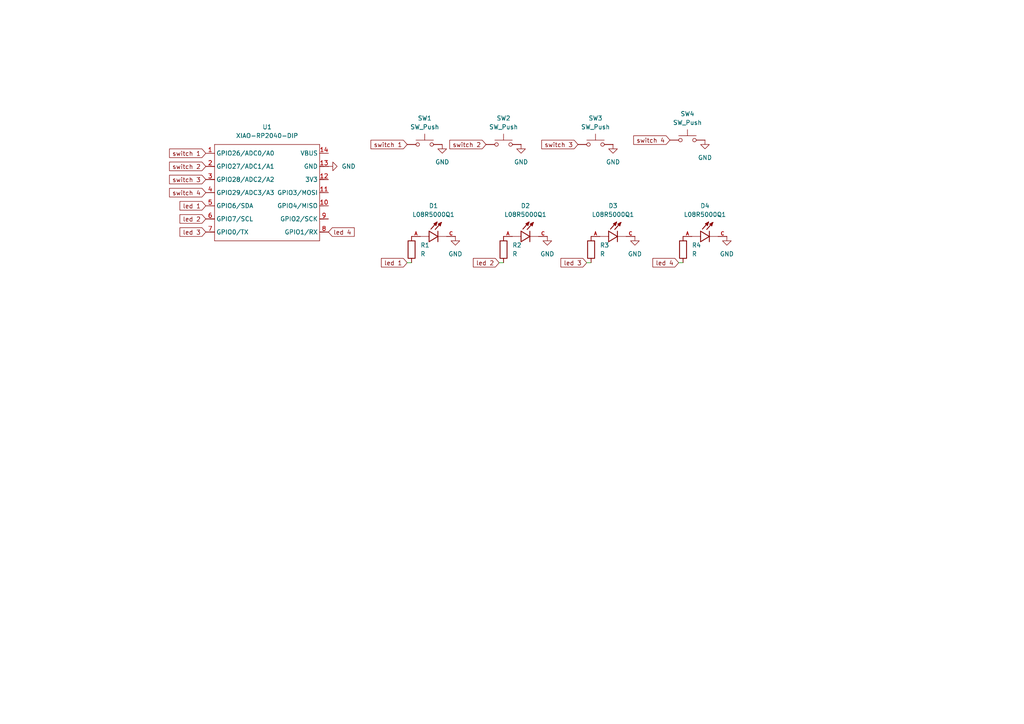
<source format=kicad_sch>
(kicad_sch (version 20250114) (generator "eeschema") (generator_version "9.0")
  (paper "A4")
  (lib_symbols
    (symbol "Device:R" (pin_numbers (hide yes)) (pin_names (offset 0))
      (property "Reference" "R" (at 2.032 0 90))
      (property "Value" "R" (at 0 0 90))
      (symbol "R_0_1"
        (rectangle (start -1.016 -2.54) (end 1.016 2.54) (stroke (width 0.254)))
      )
      (symbol "R_1_1"
        (pin passive line (at 0 3.81 270) (length 1.27) (name "~") (number "1"))
        (pin passive line (at 0 -3.81 90) (length 1.27) (name "~") (number "2"))
      )
    )
    (symbol "L08R5000Q1:L08R5000Q1" (pin_names (offset 1.016))
      (property "Reference" "D" (at -3.0988 4.4958 0))
      (property "Value" "L08R5000Q1" (at -3.556 -3.302 0))
      (symbol "L08R5000Q1_0_0"
        (polyline (pts (xy -2.54 1.524) (xy -2.54 0)) (stroke (width 0.254)))
        (polyline (pts (xy -2.54 0) (xy -5.08 0)) (stroke (width 0.1524)))
        (polyline (pts (xy -2.54 0) (xy -2.54 -1.524)) (stroke (width 0.254)))
        (polyline (pts (xy -2.54 -1.524) (xy 0 0)) (stroke (width 0.254)))
        (polyline (pts (xy -1.1176 3.683) (xy -0.2286 4.1656)) (stroke (width 0.254)))
        (polyline (pts (xy -0.9398 3.6068) (xy -0.7112 3.7592)) (stroke (width 0.254)))
        (polyline (pts (xy -0.5588 3.2004) (xy -1.1176 3.683)) (stroke (width 0.254)))
        (polyline (pts (xy -0.5588 3.2004) (xy -0.5334 3.937)) (stroke (width 0.254)))
        (polyline (pts (xy -0.5334 3.937) (xy -0.6604 3.937)) (stroke (width 0.254)))
        (polyline (pts (xy -0.2286 4.1656) (xy -2.0066 2.1336)) (stroke (width 0.254)))
        (polyline (pts (xy -0.2286 4.1656) (xy -0.5588 3.2004)) (stroke (width 0.254)))
        (polyline (pts (xy 0 1.524) (xy 0 0)) (stroke (width 0.254)))
        (polyline (pts (xy 0 0) (xy -2.54 1.524)) (stroke (width 0.254)))
        (polyline (pts (xy 0 0) (xy 0 -1.524)) (stroke (width 0.254)))
        (polyline (pts (xy 0.127 3.5814) (xy 1.016 4.064)) (stroke (width 0.254)))
        (polyline (pts (xy 0.3048 3.5052) (xy 0.5334 3.6576)) (stroke (width 0.254)))
        (polyline (pts (xy 0.6858 3.0988) (xy 0.127 3.5814)) (stroke (width 0.254)))
        (polyline (pts (xy 0.6858 3.0988) (xy 0.7112 3.8354)) (stroke (width 0.254)))
        (polyline (pts (xy 0.7112 3.8354) (xy 0.5842 3.8354)) (stroke (width 0.254)))
        (polyline (pts (xy 1.016 4.064) (xy -0.762 2.032)) (stroke (width 0.254)))
        (polyline (pts (xy 1.016 4.064) (xy 0.6858 3.0988)) (stroke (width 0.254)))
        (polyline (pts (xy 2.54 0) (xy 0 0)) (stroke (width 0.1524)))
        (pin passive line (at -7.62 0 0) (length 2.54) (name "~") (number "A"))
        (pin passive line (at 5.08 0 180) (length 2.54) (name "~") (number "C"))
      )
    )
    (symbol "Seeed_Studio_XIAO_Series:XIAO-RP2040-DIP"
      (property "Reference" "U" (at 0 0 0))
      (property "Value" "XIAO-RP2040-DIP" (at 5.334 -1.778 0))
      (symbol "XIAO-RP2040-DIP_1_0"
        (polyline (pts (xy -1.27 -2.54) (xy 29.21 -2.54)) (stroke (width 0.1524)))
        (polyline (pts (xy -1.27 -5.08) (xy -2.54 -5.08)) (stroke (width 0.1524)))
        (polyline (pts (xy -1.27 -5.08) (xy -1.27 -2.54)) (stroke (width 0.1524)))
        (polyline (pts (xy -1.27 -8.89) (xy -2.54 -8.89)) (stroke (width 0.1524)))
        (polyline (pts (xy -1.27 -8.89) (xy -1.27 -5.08)) (stroke (width 0.1524)))
        (polyline (pts (xy -1.27 -12.7) (xy -2.54 -12.7)) (stroke (width 0.1524)))
        (polyline (pts (xy -1.27 -12.7) (xy -1.27 -8.89)) (stroke (width 0.1524)))
        (polyline (pts (xy -1.27 -16.51) (xy -2.54 -16.51)) (stroke (width 0.1524)))
        (polyline (pts (xy -1.27 -16.51) (xy -1.27 -12.7)) (stroke (width 0.1524)))
        (polyline (pts (xy -1.27 -20.32) (xy -2.54 -20.32)) (stroke (width 0.1524)))
        (polyline (pts (xy -1.27 -24.13) (xy -2.54 -24.13)) (stroke (width 0.1524)))
        (polyline (pts (xy -1.27 -27.94) (xy -2.54 -27.94)) (stroke (width 0.1524)))
        (polyline (pts (xy -1.27 -30.48) (xy -1.27 -16.51)) (stroke (width 0.1524)))
        (polyline (pts (xy 29.21 -2.54) (xy 29.21 -5.08)) (stroke (width 0.1524)))
        (polyline (pts (xy 29.21 -5.08) (xy 29.21 -8.89)) (stroke (width 0.1524)))
        (polyline (pts (xy 29.21 -8.89) (xy 29.21 -12.7)) (stroke (width 0.1524)))
        (polyline (pts (xy 29.21 -12.7) (xy 29.21 -30.48)) (stroke (width 0.1524)))
        (polyline (pts (xy 29.21 -30.48) (xy -1.27 -30.48)) (stroke (width 0.1524)))
        (polyline (pts (xy 30.48 -5.08) (xy 29.21 -5.08)) (stroke (width 0.1524)))
        (polyline (pts (xy 30.48 -8.89) (xy 29.21 -8.89)) (stroke (width 0.1524)))
        (polyline (pts (xy 30.48 -12.7) (xy 29.21 -12.7)) (stroke (width 0.1524)))
        (polyline (pts (xy 30.48 -16.51) (xy 29.21 -16.51)) (stroke (width 0.1524)))
        (polyline (pts (xy 30.48 -20.32) (xy 29.21 -20.32)) (stroke (width 0.1524)))
        (polyline (pts (xy 30.48 -24.13) (xy 29.21 -24.13)) (stroke (width 0.1524)))
        (polyline (pts (xy 30.48 -27.94) (xy 29.21 -27.94)) (stroke (width 0.1524)))
        (pin passive line (at -3.81 -5.08 0) (length 2.54) (name "GPIO26/ADC0/A0") (number "1"))
        (pin passive line (at -3.81 -8.89 0) (length 2.54) (name "GPIO27/ADC1/A1") (number "2"))
        (pin passive line (at -3.81 -12.7 0) (length 2.54) (name "GPIO28/ADC2/A2") (number "3"))
        (pin passive line (at -3.81 -16.51 0) (length 2.54) (name "GPIO29/ADC3/A3") (number "4"))
        (pin passive line (at -3.81 -20.32 0) (length 2.54) (name "GPIO6/SDA") (number "5"))
        (pin passive line (at -3.81 -24.13 0) (length 2.54) (name "GPIO7/SCL") (number "6"))
        (pin passive line (at -3.81 -27.94 0) (length 2.54) (name "GPIO0/TX") (number "7"))
        (pin passive line (at 31.75 -5.08 180) (length 2.54) (name "VBUS") (number "14"))
        (pin passive line (at 31.75 -8.89 180) (length 2.54) (name "GND") (number "13"))
        (pin passive line (at 31.75 -12.7 180) (length 2.54) (name "3V3") (number "12"))
        (pin passive line (at 31.75 -16.51 180) (length 2.54) (name "GPIO3/MOSI") (number "11"))
        (pin passive line (at 31.75 -20.32 180) (length 2.54) (name "GPIO4/MISO") (number "10"))
        (pin passive line (at 31.75 -24.13 180) (length 2.54) (name "GPIO2/SCK") (number "9"))
        (pin passive line (at 31.75 -27.94 180) (length 2.54) (name "GPIO1/RX") (number "8"))
      )
    )
    (symbol "Switch:SW_Push" (pin_numbers (hide yes)) (pin_names (offset 1.016) (hide yes))
      (property "Reference" "SW" (at 1.27 2.54 0))
      (property "Value" "SW_Push" (at 0 -1.524 0))
      (symbol "SW_Push_0_1"
        (circle (center -2.032 0) (radius 0.508))
        (polyline (pts (xy 0 1.27) (xy 0 3.048)))
        (circle (center 2.032 0) (radius 0.508))
        (polyline (pts (xy 2.54 1.27) (xy -2.54 1.27)))
        (pin passive line (at -5.08 0 0) (length 2.54) (name "1") (number "1"))
        (pin passive line (at 5.08 0 180) (length 2.54) (name "2") (number "2"))
      )
    )
    (symbol "power:GND" (power) (pin_numbers (hide yes)) (pin_names (offset 0) (hide yes))
      (property "Value" "GND" (at 0 -3.81 0))
      (symbol "GND_0_1"
        (polyline (pts (xy 0 0) (xy 0 -1.27) (xy 1.27 -1.27) (xy 0 -2.54) (xy -1.27 -1.27) (xy 0 -1.27)))
      )
      (symbol "GND_1_1"
        (pin power_in line (at 0 0 270) (length 0) (name "~") (number "1"))
      )
    )
  )
  (wire (pts (xy 118.11 76.2) (xy 119.38 76.2)))
  (wire (pts (xy 196.85 76.2) (xy 198.12 76.2)))
  (wire (pts (xy 170.18 76.2) (xy 171.45 76.2)))
  (wire (pts (xy 144.78 76.2) (xy 146.05 76.2)))
  (global_label "switch 4" (shape input) (at 59.69 55.88 180) (property "Intersheetrefs" "${INTERSHEET_REFS}" (effects (hide yes))))
  (global_label "led 3" (shape input) (at 170.18 76.2 180) (property "Intersheetrefs" "${INTERSHEET_REFS}" (effects (hide yes))))
  (global_label "switch 1" (shape input) (at 59.69 44.45 180) (property "Intersheetrefs" "${INTERSHEET_REFS}" (effects (hide yes))))
  (global_label "led 4" (shape input) (at 95.25 67.31 0) (property "Intersheetrefs" "${INTERSHEET_REFS}" (effects (hide yes))))
  (global_label "switch 4" (shape input) (at 194.31 40.64 180) (property "Intersheetrefs" "${INTERSHEET_REFS}" (effects (hide yes))))
  (global_label "switch 2" (shape input) (at 140.97 41.91 180) (property "Intersheetrefs" "${INTERSHEET_REFS}" (effects (hide yes))))
  (global_label "led 2" (shape input) (at 59.69 63.5 180) (property "Intersheetrefs" "${INTERSHEET_REFS}" (effects (hide yes))))
  (global_label "led 1" (shape input) (at 59.69 59.69 180) (property "Intersheetrefs" "${INTERSHEET_REFS}" (effects (hide yes))))
  (global_label "led 2" (shape input) (at 144.78 76.2 180) (property "Intersheetrefs" "${INTERSHEET_REFS}" (effects (hide yes))))
  (global_label "switch 1" (shape input) (at 118.11 41.91 180) (property "Intersheetrefs" "${INTERSHEET_REFS}" (effects (hide yes))))
  (global_label "switch 3" (shape input) (at 167.64 41.91 180) (property "Intersheetrefs" "${INTERSHEET_REFS}" (effects (hide yes))))
  (global_label "led 1" (shape input) (at 118.11 76.2 180) (property "Intersheetrefs" "${INTERSHEET_REFS}" (effects (hide yes))))
  (global_label "switch 3" (shape input) (at 59.69 52.07 180) (property "Intersheetrefs" "${INTERSHEET_REFS}" (effects (hide yes))))
  (global_label "switch 2" (shape input) (at 59.69 48.26 180) (property "Intersheetrefs" "${INTERSHEET_REFS}" (effects (hide yes))))
  (global_label "led 3" (shape input) (at 59.69 67.31 180) (property "Intersheetrefs" "${INTERSHEET_REFS}" (effects (hide yes))))
  (global_label "led 4" (shape input) (at 196.85 76.2 180) (property "Intersheetrefs" "${INTERSHEET_REFS}" (effects (hide yes))))
  (symbol (lib_id "Device:R") (at 198.12 72.39 0) (unit 1)
    (property "Reference" "R4" (at 200.66 71.1199 0) (effects (justify left)))
    (property "Value" "R" (at 200.66 73.6599 0) (effects (justify left)))
    (property "Footprint" "Resistor_THT:R_Axial_DIN0204_L3.6mm_D1.6mm_P5.08mm_Horizontal" (effects (hide yes)))
    (property "Description" "Resistor" (effects (hide yes)))
  )
  (symbol (lib_id "L08R5000Q1:L08R5000Q1") (at 179.07 68.58 0) (unit 1)
    (property "Reference" "D3" (at 177.8 59.69 0))
    (property "Value" "L08R5000Q1" (at 177.8 62.23 0))
    (property "Footprint" "e390cee6c564169ed6d49fe7a268946ec8897500_l08r5000q1:LEDRD254W57D500H1070" (effects (hide yes)))
    (property "MF" "LED Technology" (effects (hide yes)))
    (property "MAXIMUM_PACKAGE_HEIGHT" "10.7mm" (effects (hide yes)))
    (property "Package" "None" (effects (hide yes)))
    (property "Price" "None" (effects (hide yes)))
    (property "Check_prices" "https://www.snapeda.com/parts/L08R5000Q1/LED+Technology/view-part/?ref=eda" (effects (hide yes)))
    (property "STANDARD" "IPC-7351B" (effects (hide yes)))
    (property "PARTREV" "NA" (effects (hide yes)))
    (property "SnapEDA_Link" "https://www.snapeda.com/parts/L08R5000Q1/LED+Technology/view-part/?ref=snap" (effects (hide yes)))
    (property "MP" "L08R5000Q1" (effects (hide yes)))
    (property "Description_1" "LED, 5MM, ORANGE; LED / Lamp Size: 5mm / T-1 3/4; LED Colour: Orange; Typ Luminous Intensity: 4.3mcd; Viewing Angle: ..." (effects (hide yes)))
    (property "Availability" "Not in stock" (effects (hide yes)))
    (property "MANUFACTURER" "LED TECHNOLOGY" (effects (hide yes)))
  )
  (symbol (lib_id "Device:R") (at 171.45 72.39 0) (unit 1)
    (property "Reference" "R3" (at 173.99 71.1199 0) (effects (justify left)))
    (property "Value" "R" (at 173.99 73.6599 0) (effects (justify left)))
    (property "Footprint" "Resistor_THT:R_Axial_DIN0204_L3.6mm_D1.6mm_P5.08mm_Horizontal" (effects (hide yes)))
    (property "Description" "Resistor" (effects (hide yes)))
  )
  (symbol (lib_id "power:GND") (at 128.27 41.91 0) (unit 1)
    (property "Reference" "#PWR03" (effects (hide yes)))
    (property "Value" "GND" (at 128.27 46.99 0))
    (property "Description" "Power symbol creates a global label with name \"GND\" , ground" (effects (hide yes)))
  )
  (symbol (lib_id "power:GND") (at 132.08 68.58 0) (unit 1)
    (property "Reference" "#PWR05" (effects (hide yes)))
    (property "Value" "GND" (at 132.08 73.66 0))
    (property "Description" "Power symbol creates a global label with name \"GND\" , ground" (effects (hide yes)))
  )
  (symbol (lib_id "power:GND") (at 95.25 48.26 90) (unit 1)
    (property "Reference" "#PWR04" (effects (hide yes)))
    (property "Value" "GND" (at 99.06 48.2599 90) (effects (justify right)))
    (property "Description" "Power symbol creates a global label with name \"GND\" , ground" (effects (hide yes)))
  )
  (symbol (lib_id "L08R5000Q1:L08R5000Q1") (at 205.74 68.58 0) (unit 1)
    (property "Reference" "D4" (at 204.47 59.69 0))
    (property "Value" "L08R5000Q1" (at 204.47 62.23 0))
    (property "Footprint" "e390cee6c564169ed6d49fe7a268946ec8897500_l08r5000q1:LEDRD254W57D500H1070" (effects (hide yes)))
    (property "MF" "LED Technology" (effects (hide yes)))
    (property "MAXIMUM_PACKAGE_HEIGHT" "10.7mm" (effects (hide yes)))
    (property "Package" "None" (effects (hide yes)))
    (property "Price" "None" (effects (hide yes)))
    (property "Check_prices" "https://www.snapeda.com/parts/L08R5000Q1/LED+Technology/view-part/?ref=eda" (effects (hide yes)))
    (property "STANDARD" "IPC-7351B" (effects (hide yes)))
    (property "PARTREV" "NA" (effects (hide yes)))
    (property "SnapEDA_Link" "https://www.snapeda.com/parts/L08R5000Q1/LED+Technology/view-part/?ref=snap" (effects (hide yes)))
    (property "MP" "L08R5000Q1" (effects (hide yes)))
    (property "Description_1" "LED, 5MM, ORANGE; LED / Lamp Size: 5mm / T-1 3/4; LED Colour: Orange; Typ Luminous Intensity: 4.3mcd; Viewing Angle: ..." (effects (hide yes)))
    (property "Availability" "Not in stock" (effects (hide yes)))
    (property "MANUFACTURER" "LED TECHNOLOGY" (effects (hide yes)))
  )
  (symbol (lib_id "power:GND") (at 210.82 68.58 0) (unit 1)
    (property "Reference" "#PWR09" (effects (hide yes)))
    (property "Value" "GND" (at 210.82 73.66 0))
    (property "Description" "Power symbol creates a global label with name \"GND\" , ground" (effects (hide yes)))
  )
  (symbol (lib_id "L08R5000Q1:L08R5000Q1") (at 127 68.58 0) (unit 1)
    (property "Reference" "D1" (at 125.73 59.69 0))
    (property "Value" "L08R5000Q1" (at 125.73 62.23 0))
    (property "Footprint" "e390cee6c564169ed6d49fe7a268946ec8897500_l08r5000q1:LEDRD254W57D500H1070" (effects (hide yes)))
    (property "MF" "LED Technology" (effects (hide yes)))
    (property "MAXIMUM_PACKAGE_HEIGHT" "10.7mm" (effects (hide yes)))
    (property "Package" "None" (effects (hide yes)))
    (property "Price" "None" (effects (hide yes)))
    (property "Check_prices" "https://www.snapeda.com/parts/L08R5000Q1/LED+Technology/view-part/?ref=eda" (effects (hide yes)))
    (property "STANDARD" "IPC-7351B" (effects (hide yes)))
    (property "PARTREV" "NA" (effects (hide yes)))
    (property "SnapEDA_Link" "https://www.snapeda.com/parts/L08R5000Q1/LED+Technology/view-part/?ref=snap" (effects (hide yes)))
    (property "MP" "L08R5000Q1" (effects (hide yes)))
    (property "Description_1" "LED, 5MM, ORANGE; LED / Lamp Size: 5mm / T-1 3/4; LED Colour: Orange; Typ Luminous Intensity: 4.3mcd; Viewing Angle: ..." (effects (hide yes)))
    (property "Availability" "Not in stock" (effects (hide yes)))
    (property "MANUFACTURER" "LED TECHNOLOGY" (effects (hide yes)))
  )
  (symbol (lib_id "Switch:SW_Push") (at 172.72 41.91 0) (unit 1)
    (property "Reference" "SW3" (at 172.72 34.29 0))
    (property "Value" "SW_Push" (at 172.72 36.83 0))
    (property "Footprint" "Button_Switch_Keyboard:SW_Cherry_MX_1.00u_PCB" (effects (hide yes)))
    (property "Description" "Push button switch, generic, two pins" (effects (hide yes)))
  )
  (symbol (lib_id "power:GND") (at 158.75 68.58 0) (unit 1)
    (property "Reference" "#PWR06" (effects (hide yes)))
    (property "Value" "GND" (at 158.75 73.66 0))
    (property "Description" "Power symbol creates a global label with name \"GND\" , ground" (effects (hide yes)))
  )
  (symbol (lib_id "Switch:SW_Push") (at 123.19 41.91 0) (unit 1)
    (property "Reference" "SW1" (at 123.19 34.29 0))
    (property "Value" "SW_Push" (at 123.19 36.83 0))
    (property "Footprint" "Button_Switch_Keyboard:SW_Cherry_MX_1.00u_PCB" (effects (hide yes)))
    (property "Description" "Push button switch, generic, two pins" (effects (hide yes)))
  )
  (symbol (lib_id "Device:R") (at 119.38 72.39 0) (unit 1)
    (property "Reference" "R1" (at 121.92 71.1199 0) (effects (justify left)))
    (property "Value" "R" (at 121.92 73.6599 0) (effects (justify left)))
    (property "Footprint" "Resistor_THT:R_Axial_DIN0204_L3.6mm_D1.6mm_P5.08mm_Horizontal" (effects (hide yes)))
    (property "Description" "Resistor" (effects (hide yes)))
  )
  (symbol (lib_id "power:GND") (at 184.15 68.58 0) (unit 1)
    (property "Reference" "#PWR07" (effects (hide yes)))
    (property "Value" "GND" (at 184.15 73.66 0))
    (property "Description" "Power symbol creates a global label with name \"GND\" , ground" (effects (hide yes)))
  )
  (symbol (lib_id "Device:R") (at 146.05 72.39 0) (unit 1)
    (property "Reference" "R2" (at 148.59 71.1199 0) (effects (justify left)))
    (property "Value" "R" (at 148.59 73.6599 0) (effects (justify left)))
    (property "Footprint" "Resistor_THT:R_Axial_DIN0204_L3.6mm_D1.6mm_P5.08mm_Horizontal" (effects (hide yes)))
    (property "Description" "Resistor" (effects (hide yes)))
  )
  (symbol (lib_id "L08R5000Q1:L08R5000Q1") (at 153.67 68.58 0) (unit 1)
    (property "Reference" "D2" (at 152.4 59.69 0))
    (property "Value" "L08R5000Q1" (at 152.4 62.23 0))
    (property "Footprint" "e390cee6c564169ed6d49fe7a268946ec8897500_l08r5000q1:LEDRD254W57D500H1070" (effects (hide yes)))
    (property "MF" "LED Technology" (effects (hide yes)))
    (property "MAXIMUM_PACKAGE_HEIGHT" "10.7mm" (effects (hide yes)))
    (property "Package" "None" (effects (hide yes)))
    (property "Price" "None" (effects (hide yes)))
    (property "Check_prices" "https://www.snapeda.com/parts/L08R5000Q1/LED+Technology/view-part/?ref=eda" (effects (hide yes)))
    (property "STANDARD" "IPC-7351B" (effects (hide yes)))
    (property "PARTREV" "NA" (effects (hide yes)))
    (property "SnapEDA_Link" "https://www.snapeda.com/parts/L08R5000Q1/LED+Technology/view-part/?ref=snap" (effects (hide yes)))
    (property "MP" "L08R5000Q1" (effects (hide yes)))
    (property "Description_1" "LED, 5MM, ORANGE; LED / Lamp Size: 5mm / T-1 3/4; LED Colour: Orange; Typ Luminous Intensity: 4.3mcd; Viewing Angle: ..." (effects (hide yes)))
    (property "Availability" "Not in stock" (effects (hide yes)))
    (property "MANUFACTURER" "LED TECHNOLOGY" (effects (hide yes)))
  )
  (symbol (lib_id "power:GND") (at 177.8 41.91 0) (unit 1)
    (property "Reference" "#PWR01" (effects (hide yes)))
    (property "Value" "GND" (at 177.8 46.99 0))
    (property "Description" "Power symbol creates a global label with name \"GND\" , ground" (effects (hide yes)))
  )
  (symbol (lib_id "Seeed_Studio_XIAO_Series:XIAO-RP2040-DIP") (at 63.5 39.37 0) (unit 1)
    (property "Reference" "U1" (at 77.47 36.83 0))
    (property "Value" "XIAO-RP2040-DIP" (at 77.47 39.37 0))
    (property "Footprint" "Seeed Studio XIAO Series Library:XIAO-RP2040-DIP" (effects (hide yes)))
  )
  (symbol (lib_id "Switch:SW_Push") (at 146.05 41.91 0) (unit 1)
    (property "Reference" "SW2" (at 146.05 34.29 0))
    (property "Value" "SW_Push" (at 146.05 36.83 0))
    (property "Footprint" "Button_Switch_Keyboard:SW_Cherry_MX_1.00u_PCB" (effects (hide yes)))
    (property "Description" "Push button switch, generic, two pins" (effects (hide yes)))
  )
  (symbol (lib_id "Switch:SW_Push") (at 199.39 40.64 0) (unit 1)
    (property "Reference" "SW4" (at 199.39 33.02 0))
    (property "Value" "SW_Push" (at 199.39 35.56 0))
    (property "Footprint" "Button_Switch_Keyboard:SW_Cherry_MX_1.00u_PCB" (effects (hide yes)))
    (property "Description" "Push button switch, generic, two pins" (effects (hide yes)))
  )
  (symbol (lib_id "power:GND") (at 151.13 41.91 0) (unit 1)
    (property "Reference" "#PWR02" (effects (hide yes)))
    (property "Value" "GND" (at 151.13 46.99 0))
    (property "Description" "Power symbol creates a global label with name \"GND\" , ground" (effects (hide yes)))
  )
  (symbol (lib_id "power:GND") (at 204.47 40.64 0) (unit 1)
    (property "Reference" "#PWR08" (effects (hide yes)))
    (property "Value" "GND" (at 204.47 45.72 0))
    (property "Description" "Power symbol creates a global label with name \"GND\" , ground" (effects (hide yes)))
  )
)
</source>
